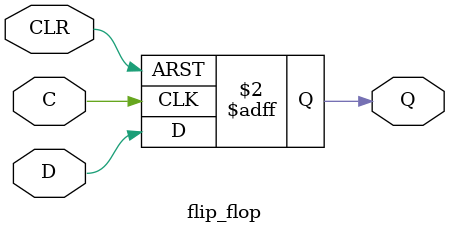
<source format=sv>
module synchronizer(
    input async_sig, outclk,
    output out_sync_sig
);
    logic VCC2, VCC3, FDC_1_out;

    flip_flop FDC_2(.D(1'b1), .C(async_sig), .CLR(FDC_1_out), .Q(VCC2));
    flip_flop FDC_3(.D(VCC2), .C(outclk), .CLR(1'b0), .Q(VCC3));
    flip_flop FDC_4(.D(VCC3), .C(outclk), .CLR(1'b0), .Q(out_sync_sig));
    flip_flop FDC_1(.D(out_sync_sig), .C(outclk), .CLR(1'b0), .Q(FDC_1_out));
endmodule

module flip_flop(
    input D, C, CLR,
    output reg Q
);
    always_ff @(posedge C, posedge CLR) begin
        if(CLR) Q <= 1'b0;
        else    Q <= D;
    end

endmodule
</source>
